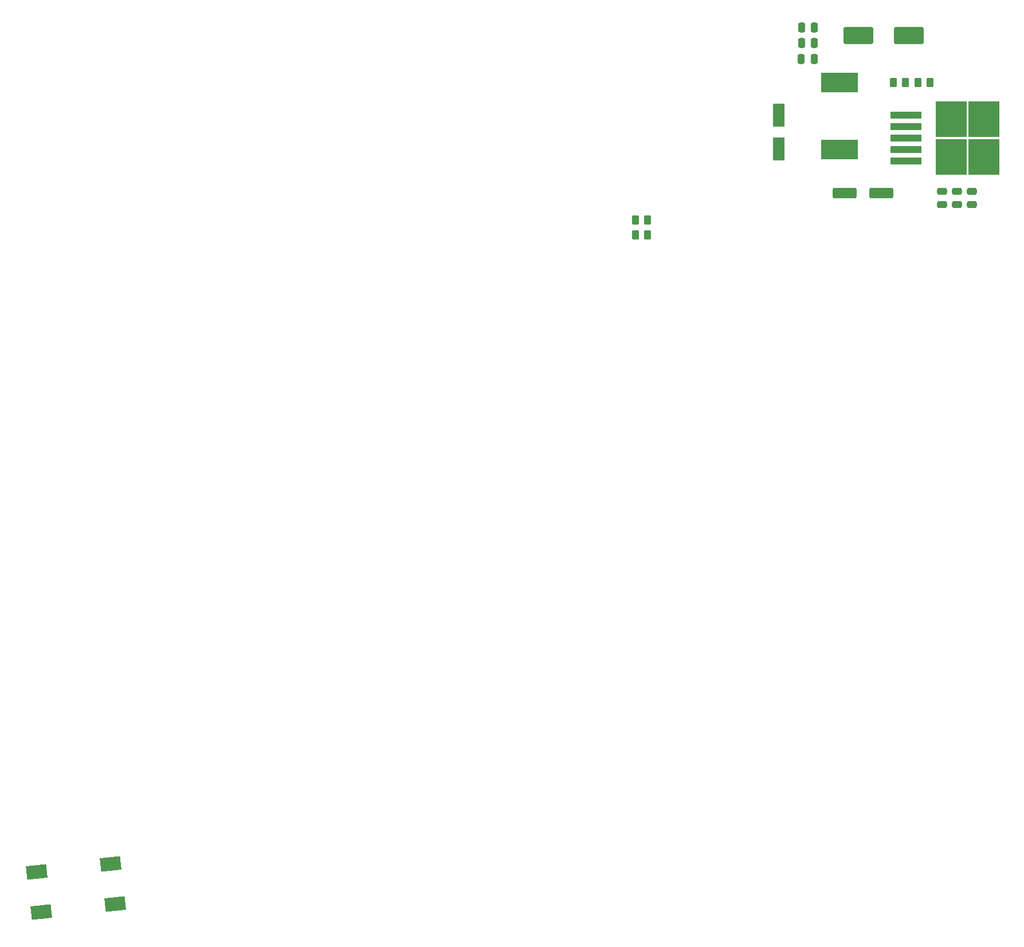
<source format=gbr>
%TF.GenerationSoftware,KiCad,Pcbnew,(6.0.1)*%
%TF.CreationDate,2022-03-23T16:25:01+01:00*%
%TF.ProjectId,pcb_v1,7063625f-7631-42e6-9b69-6361645f7063,v1*%
%TF.SameCoordinates,Original*%
%TF.FileFunction,Paste,Bot*%
%TF.FilePolarity,Positive*%
%FSLAX46Y46*%
G04 Gerber Fmt 4.6, Leading zero omitted, Abs format (unit mm)*
G04 Created by KiCad (PCBNEW (6.0.1)) date 2022-03-23 16:25:01*
%MOMM*%
%LPD*%
G01*
G04 APERTURE LIST*
G04 Aperture macros list*
%AMRoundRect*
0 Rectangle with rounded corners*
0 $1 Rounding radius*
0 $2 $3 $4 $5 $6 $7 $8 $9 X,Y pos of 4 corners*
0 Add a 4 corners polygon primitive as box body*
4,1,4,$2,$3,$4,$5,$6,$7,$8,$9,$2,$3,0*
0 Add four circle primitives for the rounded corners*
1,1,$1+$1,$2,$3*
1,1,$1+$1,$4,$5*
1,1,$1+$1,$6,$7*
1,1,$1+$1,$8,$9*
0 Add four rect primitives between the rounded corners*
20,1,$1+$1,$2,$3,$4,$5,0*
20,1,$1+$1,$4,$5,$6,$7,0*
20,1,$1+$1,$6,$7,$8,$9,0*
20,1,$1+$1,$8,$9,$2,$3,0*%
%AMRotRect*
0 Rectangle, with rotation*
0 The origin of the aperture is its center*
0 $1 length*
0 $2 width*
0 $3 Rotation angle, in degrees counterclockwise*
0 Add horizontal line*
21,1,$1,$2,0,0,$3*%
G04 Aperture macros list end*
%ADD10RoundRect,0.250000X0.262500X0.450000X-0.262500X0.450000X-0.262500X-0.450000X0.262500X-0.450000X0*%
%ADD11RotRect,3.000000X2.000000X6.300000*%
%ADD12RoundRect,0.250000X0.250000X0.475000X-0.250000X0.475000X-0.250000X-0.475000X0.250000X-0.475000X0*%
%ADD13R,1.800000X3.500000*%
%ADD14RoundRect,0.250000X0.475000X-0.250000X0.475000X0.250000X-0.475000X0.250000X-0.475000X-0.250000X0*%
%ADD15R,5.400000X2.900000*%
%ADD16R,4.550000X5.250000*%
%ADD17R,4.600000X1.100000*%
%ADD18RoundRect,0.250000X1.500000X0.550000X-1.500000X0.550000X-1.500000X-0.550000X1.500000X-0.550000X0*%
%ADD19RoundRect,0.250000X-1.950000X-1.000000X1.950000X-1.000000X1.950000X1.000000X-1.950000X1.000000X0*%
G04 APERTURE END LIST*
D10*
%TO.C,R1*%
X195422500Y-52870000D03*
X193597500Y-52870000D03*
%TD*%
%TO.C,R4*%
X157312500Y-73230000D03*
X155487500Y-73230000D03*
%TD*%
%TO.C,R3*%
X157312500Y-75360000D03*
X155487500Y-75360000D03*
%TD*%
D11*
%TO.C,J7*%
X78614661Y-174292270D03*
X77956255Y-168328504D03*
X67022685Y-169535582D03*
X67681091Y-175499348D03*
%TD*%
D10*
%TO.C,R2*%
X199072500Y-52860000D03*
X197247500Y-52860000D03*
%TD*%
D12*
%TO.C,C22*%
X181930000Y-44720000D03*
X180030000Y-44720000D03*
%TD*%
D13*
%TO.C,D17*%
X176680000Y-62690000D03*
X176680000Y-57690000D03*
%TD*%
D14*
%TO.C,C19*%
X200800000Y-70890000D03*
X200800000Y-68990000D03*
%TD*%
D12*
%TO.C,C24*%
X181920000Y-49440000D03*
X180020000Y-49440000D03*
%TD*%
D15*
%TO.C,L1*%
X185660000Y-62780000D03*
X185660000Y-52880000D03*
%TD*%
D12*
%TO.C,C23*%
X181930000Y-47060000D03*
X180030000Y-47060000D03*
%TD*%
D14*
%TO.C,C17*%
X205230000Y-70870000D03*
X205230000Y-68970000D03*
%TD*%
D16*
%TO.C,U2*%
X207030000Y-58325000D03*
X207030000Y-63875000D03*
X202180000Y-58325000D03*
X202180000Y-63875000D03*
D17*
X195455000Y-64500000D03*
X195455000Y-62800000D03*
X195455000Y-61100000D03*
X195455000Y-59400000D03*
X195455000Y-57700000D03*
%TD*%
D18*
%TO.C,C20*%
X191850000Y-69210000D03*
X186450000Y-69210000D03*
%TD*%
D19*
%TO.C,C21*%
X188460000Y-45890000D03*
X195860000Y-45890000D03*
%TD*%
D14*
%TO.C,C18*%
X203010000Y-70870000D03*
X203010000Y-68970000D03*
%TD*%
M02*

</source>
